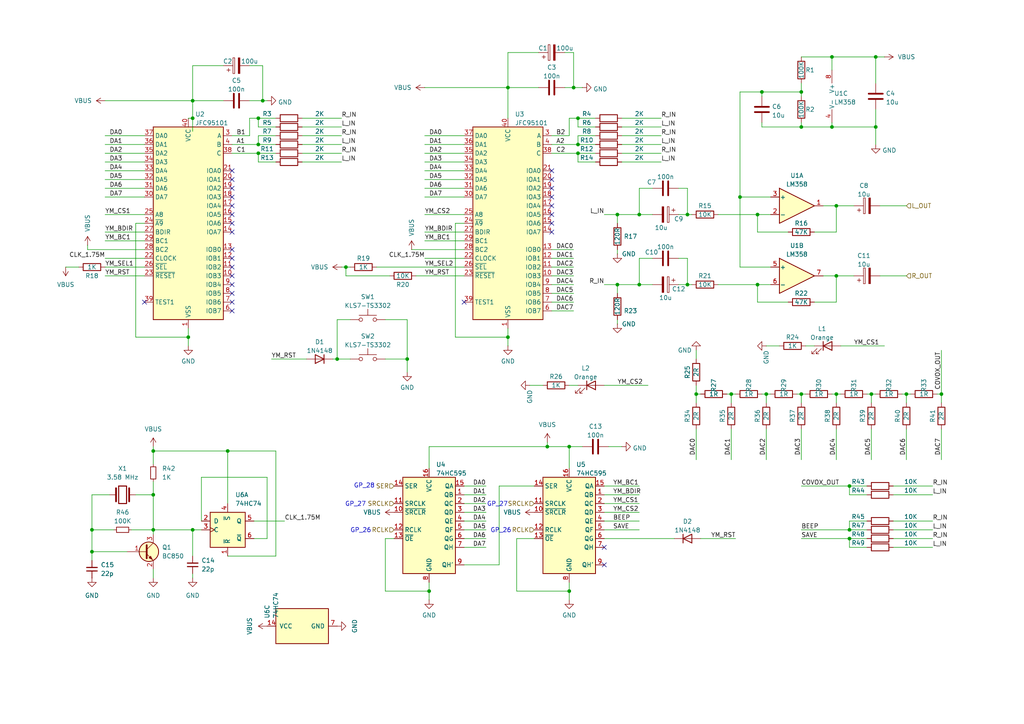
<source format=kicad_sch>
(kicad_sch (version 20231120) (generator "eeschema") (generator_version "8.0")
  (paper "A4")
  (title_block (title "TurboFRANK") (date "2025-01-29") (rev "1.0") (company "Mikhail Matveev") (comment 1 "https://github.com/xtremespb/frank"))
  (junction (at 242.57 114.3))
  (junction (at 167.64 44.45))
  (junction (at 74.93 41.91))
  (junction (at 179.07 82.55))
  (junction (at 74.93 44.45))
  (junction (at 55.88 29.21))
  (junction (at 220.98 26.67))
  (junction (at 273.05 114.3))
  (junction (at 26.67 153.67))
  (junction (at 55.88 153.67))
  (junction (at 55.88 34.29))
  (junction (at 199.39 82.55))
  (junction (at 100.33 77.47))
  (junction (at 222.25 114.3))
  (junction (at 219.71 62.23))
  (junction (at 254 16.51))
  (junction (at 147.32 97.79))
  (junction (at 201.93 114.3))
  (junction (at 246.38 156.21))
  (junction (at 147.32 25.4))
  (junction (at 167.64 34.29))
  (junction (at 166.37 25.4))
  (junction (at 254 36.83))
  (junction (at 26.67 160.02))
  (junction (at 74.93 34.29))
  (junction (at 44.45 153.67))
  (junction (at 44.45 130.81))
  (junction (at 246.38 140.97))
  (junction (at 158.75 129.54))
  (junction (at 232.41 114.3))
  (junction (at 179.07 62.23))
  (junction (at 167.64 41.91))
  (junction (at 242.57 80.01))
  (junction (at 262.89 114.3))
  (junction (at 124.46 171.45))
  (junction (at 241.3 16.51))
  (junction (at 242.57 59.69))
  (junction (at 232.41 26.67))
  (junction (at 97.79 104.14))
  (junction (at 118.11 104.14))
  (junction (at 44.45 143.51))
  (junction (at 214.63 57.15))
  (junction (at 241.3 36.83))
  (junction (at 185.42 62.23))
  (junction (at 66.04 130.81))
  (junction (at 76.2 29.21))
  (junction (at 212.09 114.3))
  (junction (at 199.39 62.23))
  (junction (at 232.41 36.83))
  (junction (at 252.73 114.3))
  (junction (at 219.71 82.55))
  (junction (at 185.42 82.55))
  (junction (at 246.38 153.67))
  (junction (at 54.61 97.79))
  (junction (at 165.1 129.54))
  (junction (at 165.1 171.45))
  (no_connect (at 67.31 85.09))
  (no_connect (at 67.31 77.47))
  (no_connect (at 175.26 163.83))
  (no_connect (at 67.31 67.31))
  (no_connect (at 67.31 64.77))
  (no_connect (at 67.31 90.17))
  (no_connect (at 160.02 57.15))
  (no_connect (at 67.31 80.01))
  (no_connect (at 67.31 62.23))
  (no_connect (at 67.31 87.63))
  (no_connect (at 41.91 87.63))
  (no_connect (at 67.31 82.55))
  (no_connect (at 134.62 87.63))
  (no_connect (at 160.02 67.31))
  (no_connect (at 67.31 74.93))
  (no_connect (at 67.31 72.39))
  (no_connect (at 67.31 54.61))
  (no_connect (at 160.02 59.69))
  (no_connect (at 175.26 158.75))
  (no_connect (at 160.02 64.77))
  (no_connect (at 160.02 49.53))
  (no_connect (at 67.31 49.53))
  (no_connect (at 67.31 52.07))
  (no_connect (at 67.31 57.15))
  (no_connect (at 160.02 52.07))
  (no_connect (at 67.31 59.69))
  (no_connect (at 160.02 62.23))
  (no_connect (at 160.02 54.61))
  (wire (pts (xy 232.41 140.97) (xy 246.38 140.97)))
  (wire (pts (xy 252.73 116.84) (xy 252.73 114.3)))
  (wire (pts (xy 175.26 143.51) (xy 185.42 143.51)))
  (wire (pts (xy 30.48 49.53) (xy 41.91 49.53)))
  (wire (pts (xy 163.83 25.4) (xy 166.37 25.4)))
  (wire (pts (xy 55.88 153.67) (xy 44.45 153.67)))
  (wire (pts (xy 120.65 80.01) (xy 134.62 80.01)))
  (wire (pts (xy 55.88 167.64) (xy 55.88 166.37)))
  (wire (pts (xy 232.41 36.83) (xy 241.3 36.83)))
  (wire (pts (xy 44.45 167.64) (xy 44.45 165.1)))
  (wire (pts (xy 241.3 114.3) (xy 242.57 114.3)))
  (wire (pts (xy 223.52 57.15) (xy 214.63 57.15)))
  (wire (pts (xy 111.76 156.21) (xy 111.76 171.45)))
  (wire (pts (xy 44.45 130.81) (xy 44.45 134.62)))
  (wire (pts (xy 254 36.83) (xy 254 41.91)))
  (wire (pts (xy 214.63 77.47) (xy 214.63 57.15)))
  (wire (pts (xy 208.28 62.23) (xy 219.71 62.23)))
  (wire (pts (xy 30.48 74.93) (xy 41.91 74.93)))
  (wire (pts (xy 232.41 26.67) (xy 232.41 27.94)))
  (wire (pts (xy 259.08 140.97) (xy 270.51 140.97)))
  (wire (pts (xy 55.88 38.1) (xy 55.88 34.29)))
  (wire (pts (xy 201.93 133.35) (xy 201.93 124.46)))
  (wire (pts (xy 87.63 44.45) (xy 99.06 44.45)))
  (wire (pts (xy 232.41 16.51) (xy 241.3 16.51)))
  (wire (pts (xy 160.02 74.93) (xy 166.37 74.93)))
  (wire (pts (xy 54.61 97.79) (xy 54.61 100.33)))
  (wire (pts (xy 220.98 36.83) (xy 232.41 36.83)))
  (wire (pts (xy 179.07 62.23) (xy 185.42 62.23)))
  (wire (pts (xy 242.57 133.35) (xy 242.57 124.46)))
  (wire (pts (xy 220.98 35.56) (xy 220.98 36.83)))
  (wire (pts (xy 242.57 116.84) (xy 242.57 114.3)))
  (wire (pts (xy 175.26 151.13) (xy 185.42 151.13)))
  (wire (pts (xy 252.73 133.35) (xy 252.73 124.46)))
  (wire (pts (xy 134.62 151.13) (xy 140.97 151.13)))
  (wire (pts (xy 175.26 111.76) (xy 187.96 111.76)))
  (wire (pts (xy 214.63 57.15) (xy 214.63 26.67)))
  (wire (pts (xy 273.05 114.3) (xy 271.78 114.3)))
  (wire (pts (xy 179.07 92.71) (xy 179.07 93.98)))
  (wire (pts (xy 74.93 44.45) (xy 74.93 46.99)))
  (wire (pts (xy 165.1 39.37) (xy 165.1 34.29)))
  (wire (pts (xy 242.57 67.31) (xy 242.57 59.69)))
  (wire (pts (xy 175.26 146.05) (xy 185.42 146.05)))
  (wire (pts (xy 167.64 41.91) (xy 172.72 41.91)))
  (wire (pts (xy 30.48 67.31) (xy 41.91 67.31)))
  (wire (pts (xy 30.48 52.07) (xy 41.91 52.07)))
  (wire (pts (xy 118.11 104.14) (xy 118.11 107.95)))
  (wire (pts (xy 80.01 39.37) (xy 74.93 39.37)))
  (wire (pts (xy 166.37 25.4) (xy 168.91 25.4)))
  (wire (pts (xy 251.46 151.13) (xy 246.38 151.13)))
  (wire (pts (xy 241.3 20.32) (xy 241.3 16.51)))
  (wire (pts (xy 160.02 44.45) (xy 167.64 44.45)))
  (wire (pts (xy 144.78 140.97) (xy 154.94 140.97)))
  (wire (pts (xy 212.09 114.3) (xy 213.36 114.3)))
  (wire (pts (xy 55.88 29.21) (xy 64.77 29.21)))
  (wire (pts (xy 172.72 39.37) (xy 167.64 39.37)))
  (wire (pts (xy 246.38 140.97) (xy 246.38 143.51)))
  (wire (pts (xy 113.03 80.01) (xy 100.33 80.01)))
  (wire (pts (xy 123.19 25.4) (xy 147.32 25.4)))
  (wire (pts (xy 44.45 153.67) (xy 38.1 153.67)))
  (wire (pts (xy 72.39 39.37) (xy 72.39 34.29)))
  (wire (pts (xy 199.39 54.61) (xy 199.39 62.23)))
  (wire (pts (xy 26.67 153.67) (xy 26.67 143.51)))
  (wire (pts (xy 251.46 114.3) (xy 252.73 114.3)))
  (wire (pts (xy 196.85 74.93) (xy 199.39 74.93)))
  (wire (pts (xy 80.01 161.29) (xy 80.01 130.81)))
  (wire (pts (xy 214.63 26.67) (xy 220.98 26.67)))
  (wire (pts (xy 74.93 34.29) (xy 74.93 36.83)))
  (wire (pts (xy 67.31 44.45) (xy 74.93 44.45)))
  (wire (pts (xy 55.88 34.29) (xy 54.61 34.29)))
  (wire (pts (xy 242.57 114.3) (xy 243.84 114.3)))
  (wire (pts (xy 242.57 80.01) (xy 238.76 80.01)))
  (wire (pts (xy 185.42 62.23) (xy 189.23 62.23)))
  (wire (pts (xy 201.93 116.84) (xy 201.93 114.3)))
  (wire (pts (xy 73.66 151.13) (xy 82.55 151.13)))
  (wire (pts (xy 149.86 156.21) (xy 149.86 171.45)))
  (wire (pts (xy 212.09 133.35) (xy 212.09 124.46)))
  (wire (pts (xy 246.38 143.51) (xy 251.46 143.51)))
  (wire (pts (xy 232.41 114.3) (xy 233.68 114.3)))
  (wire (pts (xy 132.08 97.79) (xy 147.32 97.79)))
  (wire (pts (xy 26.67 153.67) (xy 26.67 160.02)))
  (wire (pts (xy 246.38 156.21) (xy 251.46 156.21)))
  (wire (pts (xy 72.39 29.21) (xy 76.2 29.21)))
  (wire (pts (xy 26.67 160.02) (xy 36.83 160.02)))
  (wire (pts (xy 163.83 15.24) (xy 166.37 15.24)))
  (wire (pts (xy 158.75 128.27) (xy 158.75 129.54)))
  (wire (pts (xy 80.01 44.45) (xy 74.93 44.45)))
  (wire (pts (xy 219.71 67.31) (xy 219.71 62.23)))
  (wire (pts (xy 246.38 158.75) (xy 251.46 158.75)))
  (wire (pts (xy 123.19 74.93) (xy 134.62 74.93)))
  (wire (pts (xy 180.34 36.83) (xy 191.77 36.83)))
  (wire (pts (xy 210.82 114.3) (xy 212.09 114.3)))
  (wire (pts (xy 134.62 156.21) (xy 140.97 156.21)))
  (wire (pts (xy 119.38 72.39) (xy 134.62 72.39)))
  (wire (pts (xy 160.02 82.55) (xy 166.37 82.55)))
  (wire (pts (xy 77.47 156.21) (xy 73.66 156.21)))
  (wire (pts (xy 241.3 35.56) (xy 241.3 36.83)))
  (wire (pts (xy 33.02 153.67) (xy 26.67 153.67)))
  (wire (pts (xy 208.28 82.55) (xy 219.71 82.55)))
  (wire (pts (xy 255.27 80.01) (xy 262.89 80.01)))
  (wire (pts (xy 201.93 114.3) (xy 201.93 111.76)))
  (wire (pts (xy 213.36 156.21) (xy 203.2 156.21)))
  (wire (pts (xy 134.62 64.77) (xy 132.08 64.77)))
  (wire (pts (xy 179.07 82.55) (xy 185.42 82.55)))
  (wire (pts (xy 254 16.51) (xy 256.54 16.51)))
  (wire (pts (xy 64.77 19.05) (xy 55.88 19.05)))
  (wire (pts (xy 160.02 90.17) (xy 166.37 90.17)))
  (wire (pts (xy 111.76 171.45) (xy 124.46 171.45)))
  (wire (pts (xy 66.04 130.81) (xy 80.01 130.81)))
  (wire (pts (xy 262.89 133.35) (xy 262.89 124.46)))
  (wire (pts (xy 222.25 133.35) (xy 222.25 124.46)))
  (wire (pts (xy 160.02 72.39) (xy 166.37 72.39)))
  (wire (pts (xy 30.48 80.01) (xy 41.91 80.01)))
  (wire (pts (xy 189.23 54.61) (xy 185.42 54.61)))
  (wire (pts (xy 58.42 153.67) (xy 55.88 153.67)))
  (wire (pts (xy 160.02 41.91) (xy 167.64 41.91)))
  (wire (pts (xy 201.93 114.3) (xy 203.2 114.3)))
  (wire (pts (xy 154.94 156.21) (xy 149.86 156.21)))
  (wire (pts (xy 80.01 34.29) (xy 74.93 34.29)))
  (wire (pts (xy 179.07 72.39) (xy 179.07 73.66)))
  (wire (pts (xy 180.34 41.91) (xy 191.77 41.91)))
  (wire (pts (xy 232.41 116.84) (xy 232.41 114.3)))
  (wire (pts (xy 74.93 36.83) (xy 80.01 36.83)))
  (wire (pts (xy 123.19 39.37) (xy 134.62 39.37)))
  (wire (pts (xy 72.39 19.05) (xy 76.2 19.05)))
  (wire (pts (xy 124.46 135.89) (xy 124.46 129.54)))
  (wire (pts (xy 123.19 49.53) (xy 134.62 49.53)))
  (wire (pts (xy 41.91 64.77) (xy 39.37 64.77)))
  (wire (pts (xy 232.41 35.56) (xy 232.41 36.83)))
  (wire (pts (xy 223.52 77.47) (xy 214.63 77.47)))
  (wire (pts (xy 160.02 39.37) (xy 165.1 39.37)))
  (wire (pts (xy 196.85 62.23) (xy 199.39 62.23)))
  (wire (pts (xy 124.46 171.45) (xy 124.46 173.99)))
  (wire (pts (xy 26.67 162.56) (xy 26.67 160.02)))
  (wire (pts (xy 175.26 153.67) (xy 185.42 153.67)))
  (wire (pts (xy 123.19 44.45) (xy 134.62 44.45)))
  (wire (pts (xy 30.48 57.15) (xy 41.91 57.15)))
  (wire (pts (xy 97.79 104.14) (xy 101.6 104.14)))
  (wire (pts (xy 147.32 34.29) (xy 147.32 25.4)))
  (wire (pts (xy 87.63 39.37) (xy 99.06 39.37)))
  (wire (pts (xy 232.41 133.35) (xy 232.41 124.46)))
  (wire (pts (xy 180.34 34.29) (xy 191.77 34.29)))
  (wire (pts (xy 118.11 92.71) (xy 118.11 104.14)))
  (wire (pts (xy 132.08 64.77) (xy 132.08 97.79)))
  (wire (pts (xy 44.45 139.7) (xy 44.45 143.51)))
  (wire (pts (xy 179.07 82.55) (xy 179.07 85.09)))
  (wire (pts (xy 44.45 129.54) (xy 44.45 130.81)))
  (wire (pts (xy 196.85 82.55) (xy 199.39 82.55)))
  (wire (pts (xy 111.76 92.71) (xy 118.11 92.71)))
  (wire (pts (xy 167.64 46.99) (xy 172.72 46.99)))
  (wire (pts (xy 58.42 151.13) (xy 58.42 138.43)))
  (wire (pts (xy 273.05 133.35) (xy 273.05 124.46)))
  (wire (pts (xy 134.62 148.59) (xy 140.97 148.59)))
  (wire (pts (xy 67.31 39.37) (xy 72.39 39.37)))
  (wire (pts (xy 147.32 95.25) (xy 147.32 97.79)))
  (wire (pts (xy 242.57 59.69) (xy 238.76 59.69)))
  (wire (pts (xy 185.42 54.61) (xy 185.42 62.23)))
  (wire (pts (xy 199.39 82.55) (xy 200.66 82.55)))
  (wire (pts (xy 123.19 54.61) (xy 134.62 54.61)))
  (wire (pts (xy 123.19 41.91) (xy 134.62 41.91)))
  (wire (pts (xy 74.93 39.37) (xy 74.93 41.91)))
  (wire (pts (xy 259.08 143.51) (xy 270.51 143.51)))
  (wire (pts (xy 30.48 44.45) (xy 41.91 44.45)))
  (wire (pts (xy 220.98 114.3) (xy 222.25 114.3)))
  (wire (pts (xy 100.33 80.01) (xy 100.33 77.47)))
  (wire (pts (xy 165.1 171.45) (xy 165.1 173.99)))
  (wire (pts (xy 273.05 116.84) (xy 273.05 114.3)))
  (wire (pts (xy 241.3 36.83) (xy 254 36.83)))
  (wire (pts (xy 180.34 46.99) (xy 191.77 46.99)))
  (wire (pts (xy 111.76 104.14) (xy 118.11 104.14)))
  (wire (pts (xy 232.41 24.13) (xy 232.41 26.67)))
  (wire (pts (xy 220.98 26.67) (xy 232.41 26.67)))
  (wire (pts (xy 165.1 168.91) (xy 165.1 171.45)))
  (wire (pts (xy 219.71 62.23) (xy 223.52 62.23)))
  (wire (pts (xy 175.26 148.59) (xy 185.42 148.59)))
  (wire (pts (xy 167.64 34.29) (xy 167.64 36.83)))
  (wire (pts (xy 255.27 59.69) (xy 262.89 59.69)))
  (wire (pts (xy 97.79 92.71) (xy 97.79 104.14)))
  (wire (pts (xy 261.62 114.3) (xy 262.89 114.3)))
  (wire (pts (xy 175.26 140.97) (xy 185.42 140.97)))
  (wire (pts (xy 189.23 74.93) (xy 185.42 74.93)))
  (wire (pts (xy 96.52 104.14) (xy 97.79 104.14)))
  (wire (pts (xy 212.09 116.84) (xy 212.09 114.3)))
  (wire (pts (xy 87.63 34.29) (xy 99.06 34.29)))
  (wire (pts (xy 123.19 67.31) (xy 134.62 67.31)))
  (wire (pts (xy 66.04 161.29) (xy 80.01 161.29)))
  (wire (pts (xy 172.72 34.29) (xy 167.64 34.29)))
  (wire (pts (xy 30.48 41.91) (xy 41.91 41.91)))
  (wire (pts (xy 144.78 163.83) (xy 144.78 140.97)))
  (wire (pts (xy 165.1 129.54) (xy 165.1 135.89)))
  (wire (pts (xy 179.07 62.23) (xy 179.07 64.77)))
  (wire (pts (xy 99.06 77.47) (xy 100.33 77.47)))
  (wire (pts (xy 259.08 156.21) (xy 270.51 156.21)))
  (wire (pts (xy 39.37 97.79) (xy 54.61 97.79)))
  (wire (pts (xy 160.02 80.01) (xy 166.37 80.01)))
  (wire (pts (xy 87.63 36.83) (xy 99.06 36.83)))
  (wire (pts (xy 30.48 54.61) (xy 41.91 54.61)))
  (wire (pts (xy 259.08 151.13) (xy 270.51 151.13)))
  (wire (pts (xy 160.02 85.09) (xy 166.37 85.09)))
  (wire (pts (xy 134.62 163.83) (xy 144.78 163.83)))
  (wire (pts (xy 180.34 39.37) (xy 191.77 39.37)))
  (wire (pts (xy 222.25 100.33) (xy 226.06 100.33)))
  (wire (pts (xy 30.48 77.47) (xy 41.91 77.47)))
  (wire (pts (xy 123.19 46.99) (xy 134.62 46.99)))
  (wire (pts (xy 25.4 72.39) (xy 41.91 72.39)))
  (wire (pts (xy 124.46 168.91) (xy 124.46 171.45)))
  (wire (pts (xy 134.62 146.05) (xy 140.97 146.05)))
  (wire (pts (xy 123.19 62.23) (xy 134.62 62.23)))
  (wire (pts (xy 233.68 100.33) (xy 236.22 100.33)))
  (wire (pts (xy 242.57 87.63) (xy 242.57 80.01)))
  (wire (pts (xy 149.86 171.45) (xy 165.1 171.45)))
  (wire (pts (xy 76.2 29.21) (xy 77.47 29.21)))
  (wire (pts (xy 231.14 114.3) (xy 232.41 114.3)))
  (wire (pts (xy 109.22 77.47) (xy 134.62 77.47)))
  (wire (pts (xy 72.39 34.29) (xy 74.93 34.29)))
  (wire (pts (xy 167.64 44.45) (xy 167.64 46.99)))
  (wire (pts (xy 77.47 138.43) (xy 77.47 156.21)))
  (wire (pts (xy 87.63 46.99) (xy 99.06 46.99)))
  (wire (pts (xy 175.26 62.23) (xy 179.07 62.23)))
  (wire (pts (xy 165.1 111.76) (xy 167.64 111.76)))
  (wire (pts (xy 199.39 62.23) (xy 200.66 62.23)))
  (wire (pts (xy 185.42 74.93) (xy 185.42 82.55)))
  (wire (pts (xy 262.89 114.3) (xy 264.16 114.3)))
  (wire (pts (xy 147.32 25.4) (xy 156.21 25.4)))
  (wire (pts (xy 44.45 130.81) (xy 66.04 130.81)))
  (wire (pts (xy 30.48 62.23) (xy 41.91 62.23)))
  (wire (pts (xy 134.62 143.51) (xy 140.97 143.51)))
  (wire (pts (xy 67.31 41.91) (xy 74.93 41.91)))
  (wire (pts (xy 30.48 46.99) (xy 41.91 46.99)))
  (wire (pts (xy 176.53 129.54) (xy 180.34 129.54)))
  (wire (pts (xy 165.1 34.29) (xy 167.64 34.29)))
  (wire (pts (xy 87.63 41.91) (xy 99.06 41.91)))
  (wire (pts (xy 180.34 44.45) (xy 191.77 44.45)))
  (wire (pts (xy 55.88 153.67) (xy 55.88 161.29)))
  (wire (pts (xy 134.62 140.97) (xy 140.97 140.97)))
  (wire (pts (xy 123.19 69.85) (xy 134.62 69.85)))
  (wire (pts (xy 158.75 129.54) (xy 165.1 129.54)))
  (wire (pts (xy 97.79 92.71) (xy 101.6 92.71)))
  (wire (pts (xy 160.02 77.47) (xy 166.37 77.47)))
  (wire (pts (xy 252.73 114.3) (xy 254 114.3)))
  (wire (pts (xy 30.48 29.21) (xy 55.88 29.21)))
  (wire (pts (xy 167.64 36.83) (xy 172.72 36.83)))
  (wire (pts (xy 236.22 87.63) (xy 242.57 87.63)))
  (wire (pts (xy 134.62 158.75) (xy 140.97 158.75)))
  (wire (pts (xy 228.6 87.63) (xy 219.71 87.63)))
  (wire (pts (xy 242.57 80.01) (xy 247.65 80.01)))
  (wire (pts (xy 175.26 82.55) (xy 179.07 82.55)))
  (wire (pts (xy 167.64 39.37) (xy 167.64 41.91)))
  (wire (pts (xy 219.71 87.63) (xy 219.71 82.55)))
  (wire (pts (xy 242.57 59.69) (xy 247.65 59.69)))
  (wire (pts (xy 44.45 153.67) (xy 44.45 154.94)))
  (wire (pts (xy 262.89 116.84) (xy 262.89 114.3)))
  (wire (pts (xy 153.67 111.76) (xy 157.48 111.76)))
  (wire (pts (xy 134.62 153.67) (xy 140.97 153.67)))
  (wire (pts (xy 74.93 41.91) (xy 80.01 41.91)))
  (wire (pts (xy 259.08 153.67) (xy 270.51 153.67)))
  (wire (pts (xy 55.88 19.05) (xy 55.88 29.21)))
  (wire (pts (xy 26.67 143.51) (xy 31.75 143.51)))
  (wire (pts (xy 201.93 104.14) (xy 201.93 101.6)))
  (wire (pts (xy 78.74 104.14) (xy 88.9 104.14)))
  (wire (pts (xy 147.32 15.24) (xy 147.32 25.4)))
  (wire (pts (xy 246.38 153.67) (xy 251.46 153.67)))
  (wire (pts (xy 58.42 138.43) (xy 77.47 138.43)))
  (wire (pts (xy 114.3 156.21) (xy 111.76 156.21)))
  (wire (pts (xy 254 36.83) (xy 254 31.75)))
  (wire (pts (xy 160.02 87.63) (xy 166.37 87.63)))
  (wire (pts (xy 55.88 34.29) (xy 55.88 29.21)))
  (wire (pts (xy 219.71 82.55) (xy 223.52 82.55)))
  (wire (pts (xy 172.72 44.45) (xy 167.64 44.45)))
  (wire (pts (xy 246.38 151.13) (xy 246.38 153.67)))
  (wire (pts (xy 76.2 19.05) (xy 76.2 29.21)))
  (wire (pts (xy 124.46 129.54) (xy 158.75 129.54)))
  (wire (pts (xy 30.48 69.85) (xy 41.91 69.85)))
  (wire (pts (xy 220.98 27.94) (xy 220.98 26.67)))
  (wire (pts (xy 74.93 46.99) (xy 80.01 46.99)))
  (wire (pts (xy 123.19 57.15) (xy 134.62 57.15)))
  (wire (pts (xy 39.37 64.77) (xy 39.37 97.79)))
  (wire (pts (xy 156.21 15.24) (xy 147.32 15.24)))
  (wire (pts (xy 185.42 82.55) (xy 189.23 82.55)))
  (wire (pts (xy 19.05 77.47) (xy 22.86 77.47)))
  (wire (pts (xy 25.4 72.39) (xy 25.4 71.12)))
  (wire (pts (xy 259.08 158.75) (xy 270.51 158.75)))
  (wire (pts (xy 273.05 114.3) (xy 273.05 101.6)))
  (wire (pts (xy 54.61 95.25) (xy 54.61 97.79)))
  (wire (pts (xy 166.37 15.24) (xy 166.37 25.4)))
  (wire (pts (xy 228.6 67.31) (xy 219.71 67.31)))
  (wire (pts (xy 199.39 74.93) (xy 199.39 82.55)))
  (wire (pts (xy 246.38 140.97) (xy 251.46 140.97)))
  (wire (pts (xy 246.38 156.21) (xy 246.38 158.75)))
  (wire (pts (xy 30.48 39.37) (xy 41.91 39.37)))
  (wire (pts (xy 222.25 116.84) (xy 222.25 114.3)))
  (wire (pts (xy 222.25 114.3) (xy 223.52 114.3)))
  (wire (pts (xy 175.26 156.21) (xy 195.58 156.21)))
  (wire (pts (xy 236.22 67.31) (xy 242.57 67.31)))
  (wire (pts (xy 241.3 16.51) (xy 254 16.51)))
  (wire (pts (xy 100.33 77.47) (xy 101.6 77.47)))
  (wire (pts (xy 147.32 97.79) (xy 147.32 100.33)))
  (wire (pts (xy 232.41 153.67) (xy 246.38 153.67)))
  (wire (pts (xy 232.41 156.21) (xy 246.38 156.21)))
  (wire (pts (xy 243.84 100.33) (xy 256.54 100.33)))
  (wire (pts (xy 196.85 54.61) (xy 199.39 54.61)))
  (wire (pts (xy 39.37 143.51) (xy 44.45 143.51)))
  (wire (pts (xy 44.45 143.51) (xy 44.45 153.67)))
  (wire (pts (xy 66.04 130.81) (xy 66.04 146.05)))
  (wire (pts (xy 123.19 52.07) (xy 134.62 52.07)))
  (wire (pts (xy 165.1 129.54) (xy 168.91 129.54)))
  (wire (pts (xy 254 16.51) (xy 254 24.13)))
  (text "GP_26" (at 145.288 153.924 0) (effects (font (size 1.27 1.27))))
  (text "GP_27" (at 144.272 146.304 0) (effects (font (size 1.27 1.27))))
  (text "GP_27" (at 103.124 146.304 0) (effects (font (size 1.27 1.27))))
  (text "GP_28" (at 105.664 140.97 0) (effects (font (size 1.27 1.27))))
  (text "GP_26" (at 104.648 153.924 0) (effects (font (size 1.27 1.27))))
  (label "DA0" (at 124.46 39.37 0))
  (label "DA4" (at 31.75 49.53 0))
  (label "DA5" (at 124.46 52.07 0))
  (label "DA6" (at 137.16 156.21 0))
  (label "DAC2" (at 161.29 77.47 0))
  (label "DA7" (at 124.46 57.15 0))
  (label "L_IN" (at 99.06 36.83 0))
  (label "YM_RST" (at 123.19 80.01 0))
  (label "COVOX_OUT" (at 232.41 140.97 0))
  (label "R_IN" (at 99.06 44.45 0))
  (label "DAC7" (at 161.29 90.17 0))
  (label "L_IN" (at 270.51 143.51 0))
  (label "R_IN" (at 270.51 156.21 0))
  (label "DA7" (at 137.16 158.75 0))
  (label "DA1" (at 137.16 143.51 0))
  (label "YM_SEL2" (at 123.19 77.47 0))
  (label "R_IN" (at 191.77 44.45 0))
  (label "DAC1" (at 161.29 74.93 0))
  (label "YM_CS2" (at 179.07 111.76 0))
  (label "B1" (at 68.58 39.37 0))
  (label "DA5" (at 31.75 52.07 0))
  (label "DA7" (at 31.75 57.15 0))
  (label "L_IN" (at 270.51 158.75 0))
  (label "DAC0" (at 201.93 132.08 90))
  (label "COVOX_OUT" (at 273.05 113.03 90))
  (label "SAVE" (at 177.8 153.67 0))
  (label "L_IN" (at 191.77 46.99 0))
  (label "YM_CS2" (at 177.8 148.59 0))
  (label "L_IN" (at 175.26 62.23 180))
  (label "L_IN" (at 99.06 41.91 0))
  (label "DA4" (at 137.16 151.13 0))
  (label "R_IN" (at 99.06 34.29 0))
  (label "DA0" (at 31.75 39.37 0))
  (label "YM_CS1" (at 177.8 146.05 0))
  (label "CLK_1.75M" (at 123.19 74.93 180))
  (label "YM_RST" (at 78.74 104.14 0))
  (label "A2" (at 161.29 41.91 0))
  (label "YM_BC1" (at 177.8 140.97 0))
  (label "L_IN" (at 191.77 36.83 0))
  (label "L_IN" (at 99.06 46.99 0))
  (label "DAC7" (at 273.05 132.08 90))
  (label "YM_BC1" (at 30.48 69.85 0))
  (label "YM_BDIR" (at 123.19 67.31 0))
  (label "DAC1" (at 212.09 132.08 90))
  (label "DAC6" (at 161.29 87.63 0))
  (label "DAC5" (at 252.73 132.08 90))
  (label "DA2" (at 31.75 44.45 0))
  (label "YM_BC1" (at 123.19 69.85 0))
  (label "DAC2" (at 222.25 132.08 90))
  (label "A1" (at 68.58 41.91 0))
  (label "C2" (at 161.29 44.45 0))
  (label "SAVE" (at 232.41 156.21 0))
  (label "BEEP" (at 232.41 153.67 0))
  (label "DA5" (at 137.16 153.67 0))
  (label "DAC4" (at 242.57 132.08 90))
  (label "DAC5" (at 161.29 85.09 0))
  (label "DAC3" (at 161.29 80.01 0))
  (label "BEEP" (at 177.8 151.13 0))
  (label "DA2" (at 137.16 146.05 0))
  (label "YM_CS2" (at 123.19 62.23 0))
  (label "DAC4" (at 161.29 82.55 0))
  (label "R_IN" (at 191.77 39.37 0))
  (label "DA0" (at 137.16 140.97 0))
  (label "C1" (at 68.58 44.45 0))
  (label "DAC6" (at 262.89 132.08 90))
  (label "YM_BDIR" (at 30.48 67.31 0))
  (label "YM_BDIR" (at 177.8 143.51 0))
  (label "CLK_1.75M" (at 82.55 151.13 0))
  (label "DA2" (at 124.46 44.45 0))
  (label "DA4" (at 124.46 49.53 0))
  (label "DAC3" (at 232.41 132.08 90))
  (label "DA3" (at 31.75 46.99 0))
  (label "DA3" (at 137.16 148.59 0))
  (label "DAC0" (at 161.29 72.39 0))
  (label "DA6" (at 124.46 54.61 0))
  (label "CLK_1.75M" (at 30.48 74.93 180))
  (label "YM_CS1" (at 247.65 100.33 0))
  (label "DA6" (at 31.75 54.61 0))
  (label "DA1" (at 124.46 41.91 0))
  (label "YM_RST" (at 30.48 80.01 0))
  (label "YM_SEL1" (at 30.48 77.47 0))
  (label "R_IN" (at 270.51 140.97 0))
  (label "R_IN" (at 99.06 39.37 0))
  (label "R_IN" (at 191.77 34.29 0))
  (label "L_IN" (at 191.77 41.91 0))
  (label "YM_RST" (at 213.36 156.21 180))
  (label "R_IN" (at 270.51 151.13 0))
  (label "R_IN" (at 175.26 82.55 180))
  (label "DA1" (at 31.75 41.91 0))
  (label "DA3" (at 124.46 46.99 0))
  (label "L_IN" (at 270.51 153.67 0))
  (label "YM_CS1" (at 30.48 62.23 0))
  (label "B2" (at 161.29 39.37 0))
  (hierarchical_label "SRCLK" (shape input) (at 154.94 146.05 180))
  (hierarchical_label "RCLK" (shape input) (at 114.3 153.67 180))
  (hierarchical_label "RCLK" (shape input) (at 154.94 153.67 180))
  (hierarchical_label "L_OUT" (shape input) (at 262.89 59.69 0))
  (hierarchical_label "SRCLK" (shape input) (at 114.3 146.05 180))
  (hierarchical_label "SER" (shape input) (at 114.3 140.97 180))
  (hierarchical_label "R_OUT" (shape input) (at 262.89 80.01 0))
  (symbol (lib_id "power:GND") (at 26.67 167.64 0) (unit 1)
    (property "Reference" "#PWR029" (effects (hide yes)))
    (property "Value" "GND" (at 26.67 172.72 0))
    (property "Description" "Power symbol creates a global label with name \"GND\" , ground" (effects (hide yes)))
  )
  (symbol (lib_id "Device:R") (at 179.07 68.58 0) (unit 1)
    (property "Reference" "R17" (at 182.88 68.58 0))
    (property "Value" "120R" (at 179.07 68.58 90))
    (property "Footprint" "FRANK:Resistor (0805)" (effects (hide yes)))
    (property "Datasheet" "https://www.vishay.com/docs/28952/mcs0402at-mct0603at-mcu0805at-mca1206at.pdf" (effects (hide yes)))
    (property "AliExpress" "https://www.aliexpress.com/item/1005005945735199.html" (effects (hide yes)))
  )
  (symbol (lib_id "Device:R") (at 204.47 62.23 270) (unit 1)
    (property "Reference" "R15" (at 204.47 59.69 90))
    (property "Value" "10K" (at 204.47 62.23 90))
    (property "Footprint" "FRANK:Resistor (0805)" (effects (hide yes)))
    (property "Datasheet" "https://www.vishay.com/docs/28952/mcs0402at-mct0603at-mcu0805at-mca1206at.pdf" (effects (hide yes)))
    (property "AliExpress" "https://www.aliexpress.com/item/1005005945735199.html" (effects (hide yes)))
  )
  (symbol (lib_id "Device:LED") (at 240.03 100.33 0) (unit 1)
    (property "Reference" "L1" (at 238.4425 95.3602 0))
    (property "Value" "Orange" (at 238.4425 97.8971 0))
    (property "Footprint" "FRANK:LED (0805)" (effects (hide yes)))
    (property "Datasheet" "https://www.farnell.com/datasheets/1760130.pdf" (effects (hide yes)))
    (property "AliExpress" "https://www.aliexpress.com/item/1005005975741298.html" (effects (hide yes)))
  )
  (symbol (lib_name "GND_12") (lib_id "power:GND") (at 54.61 100.33 0) (unit 1)
    (property "Reference" "#PWR018" (effects (hide yes)))
    (property "Value" "GND" (at 54.61 104.7734 0))
    (property "Description" "Power symbol creates a global label with name \"GND\" , ground" (effects (hide yes)))
  )
  (symbol (lib_id "74xx:74HC595") (at 124.46 151.13 0) (unit 1)
    (property "Reference" "U4" (at 126.4794 134.7302 0) (effects (justify left)))
    (property "Value" "74HC595" (at 126.4794 137.2671 0) (effects (justify left)))
    (property "Footprint" "FRANK:SOP-16" (effects (hide yes)))
    (property "Datasheet" "http://www.ti.com/lit/ds/symlink/sn74hc595.pdf" (effects (hide yes)))
    (property "AliExpress" "https://www.aliexpress.com/item/1005005723889972.html" (effects (hide yes)))
  )
  (symbol (lib_id "Device:R") (at 222.25 120.65 0) (unit 1)
    (property "Reference" "R36" (at 219.71 120.65 90))
    (property "Value" "2R" (at 222.25 120.65 90))
    (property "Footprint" "FRANK:Resistor (0805)" (effects (hide yes)))
    (property "Datasheet" "https://www.vishay.com/docs/28952/mcs0402at-mct0603at-mcu0805at-mca1206at.pdf" (effects (hide yes)))
    (property "AliExpress" "https://www.aliexpress.com/item/1005005945735199.html" (effects (hide yes)))
  )
  (symbol (lib_id "power:VBUS") (at 77.47 181.61 90) (unit 1)
    (property "Reference" "#PWR034" (effects (hide yes)))
    (property "Value" "VBUS" (at 72.39 181.61 0))
    (property "Description" "Power symbol creates a global label with name \"VBUS\"" (effects (hide yes)))
  )
  (symbol (lib_id "74xx:74HC74") (at 87.63 181.61 90) (unit 3)
    (property "Reference" "U6" (at 77.47 179.4159 0) (effects (justify left)))
    (property "Value" "74HC74" (at 80.01 179.4159 0) (effects (justify left)))
    (property "Footprint" "FRANK:74HCT74D" (effects (hide yes)))
    (property "Datasheet" "74xx/74hc_hct74.pdf" (effects (hide yes)))
    (property "Description" "Dual D Flip-flop, Set & Reset" (effects (hide yes)))
    (property "AliExpress" "https://www.aliexpress.com/item/1005006778848967.html" (effects (hide yes)))
  )
  (symbol (lib_id "Device:R") (at 204.47 82.55 270) (unit 1)
    (property "Reference" "R21" (at 204.47 80.01 90))
    (property "Value" "10K" (at 204.47 82.55 90))
    (property "Footprint" "FRANK:Resistor (0805)" (effects (hide yes)))
    (property "Datasheet" "https://www.vishay.com/docs/28952/mcs0402at-mct0603at-mcu0805at-mca1206at.pdf" (effects (hide yes)))
    (property "AliExpress" "https://www.aliexpress.com/item/1005005945735199.html" (effects (hide yes)))
  )
  (symbol (lib_id "74xx:74HC595") (at 165.1 151.13 0) (unit 1)
    (property "Reference" "U5" (at 167.1194 134.7302 0) (effects (justify left)))
    (property "Value" "74HC595" (at 167.1194 137.2671 0) (effects (justify left)))
    (property "Footprint" "FRANK:SOP-16" (effects (hide yes)))
    (property "Datasheet" "http://www.ti.com/lit/ds/symlink/sn74hc595.pdf" (effects (hide yes)))
    (property "AliExpress" "https://www.aliexpress.com/item/1005005723889972.html" (effects (hide yes)))
  )
  (symbol (lib_id "Device:R") (at 83.82 41.91 270) (unit 1)
    (property "Reference" "R9" (at 77.47 40.64 90))
    (property "Value" "2K" (at 92.71 40.64 90))
    (property "Footprint" "FRANK:Resistor (0805)" (effects (hide yes)))
    (property "Datasheet" "https://www.vishay.com/docs/28952/mcs0402at-mct0603at-mcu0805at-mca1206at.pdf" (effects (hide yes)))
    (property "Description" "1-2K" (effects (hide yes)))
    (property "AliExpress" "https://www.aliexpress.com/item/1005005945735199.html" (effects (hide yes)))
  )
  (symbol (lib_id "Device:R") (at 83.82 39.37 270) (unit 1)
    (property "Reference" "R7" (at 77.47 38.1 90))
    (property "Value" "2K" (at 92.71 38.1 90))
    (property "Footprint" "FRANK:Resistor (0805)" (effects (hide yes)))
    (property "Datasheet" "https://www.vishay.com/docs/28952/mcs0402at-mct0603at-mcu0805at-mca1206at.pdf" (effects (hide yes)))
    (property "Description" "1-2K" (effects (hide yes)))
    (property "AliExpress" "https://www.aliexpress.com/item/1005005945735199.html" (effects (hide yes)))
  )
  (symbol (lib_name "GND_13") (lib_id "power:GND") (at 165.1 173.99 0) (unit 1)
    (property "Reference" "#PWR033" (effects (hide yes)))
    (property "Value" "GND" (at 165.1 178.4334 0))
    (property "Description" "Power symbol creates a global label with name \"GND\" , ground" (effects (hide yes)))
  )
  (symbol (lib_name "GND_7") (lib_id "power:GND") (at 179.07 73.66 0) (unit 1)
    (property "Reference" "#PWR014" (effects (hide yes)))
    (property "Value" "GND" (at 180.34 73.66 0) (effects (justify left)))
    (property "Description" "Power symbol creates a global label with name \"GND\" , ground" (effects (hide yes)))
  )
  (symbol (lib_name "GND_3") (lib_id "power:GND") (at 201.93 101.6 180) (unit 1)
    (property "Reference" "#PWR021" (effects (hide yes)))
    (property "Value" "GND" (at 200.66 101.6 0) (effects (justify left)))
    (property "Description" "Power symbol creates a global label with name \"GND\" , ground" (effects (hide yes)))
  )
  (symbol (lib_id "Device:R") (at 83.82 46.99 270) (unit 1)
    (property "Reference" "R13" (at 77.47 45.72 90))
    (property "Value" "2K" (at 92.71 45.72 90))
    (property "Footprint" "FRANK:Resistor (0805)" (effects (hide yes)))
    (property "Datasheet" "https://www.vishay.com/docs/28952/mcs0402at-mct0603at-mcu0805at-mca1206at.pdf" (effects (hide yes)))
    (property "Description" "1-2K" (effects (hide yes)))
    (property "AliExpress" "https://www.aliexpress.com/item/1005005945735199.html" (effects (hide yes)))
  )
  (symbol (lib_id "Amplifier_Operational:LM358") (at 243.84 27.94 0) (unit 3)
    (property "Reference" "U1" (at 241.935 27.1053 0) (effects (justify left)))
    (property "Value" "LM358" (at 241.935 29.6422 0) (effects (justify left)))
    (property "Footprint" "FRANK:SO-8" (effects (hide yes)))
    (property "Datasheet" "http://www.ti.com/lit/ds/symlink/lm2904-n.pdf" (effects (hide yes)))
    (property "AliExpress" "https://www.aliexpress.com/item/32533323519.html" (effects (hide yes)))
  )
  (symbol (lib_id "Device:R") (at 176.53 41.91 270) (unit 1)
    (property "Reference" "R10" (at 170.18 40.64 90))
    (property "Value" "2K" (at 185.42 40.64 90))
    (property "Footprint" "FRANK:Resistor (0805)" (effects (hide yes)))
    (property "Datasheet" "https://www.vishay.com/docs/28952/mcs0402at-mct0603at-mcu0805at-mca1206at.pdf" (effects (hide yes)))
    (property "Description" "1-2K" (effects (hide yes)))
    (property "AliExpress" "https://www.aliexpress.com/item/1005005945735199.html" (effects (hide yes)))
  )
  (symbol (lib_id "Device:C_Small") (at 55.88 163.83 180) (unit 1)
    (property "Reference" "C14" (at 58.42 162.5535 0) (effects (justify right)))
    (property "Value" "22p" (at 58.42 165.0935 0) (effects (justify right)))
    (property "Footprint" "FRANK:Capacitor (0805)" (effects (hide yes)))
    (property "Datasheet" "https://eu.mouser.com/datasheet/2/40/KGM_X7R-3223212.pdf" (effects (hide yes)))
    (property "Description" "Unpolarized capacitor, small symbol" (effects (hide yes)))
    (property "AliExpress" "https://www.aliexpress.com/item/33008008276.html" (effects (hide yes)))
  )
  (symbol (lib_id "Device:R") (at 212.09 120.65 0) (unit 1)
    (property "Reference" "R35" (at 209.55 120.65 90))
    (property "Value" "2R" (at 212.09 120.65 90))
    (property "Footprint" "FRANK:Resistor (0805)" (effects (hide yes)))
    (property "Datasheet" "https://www.vishay.com/docs/28952/mcs0402at-mct0603at-mcu0805at-mca1206at.pdf" (effects (hide yes)))
    (property "AliExpress" "https://www.aliexpress.com/item/1005005945735199.html" (effects (hide yes)))
  )
  (symbol (lib_name "1N4148W_1") (lib_id "Diode:1N4148W") (at 92.71 104.14 180) (unit 1)
    (property "Reference" "D1" (at 92.71 99.1702 0))
    (property "Value" "1N4148" (at 92.71 101.7071 0))
    (property "Footprint" "FRANK:Diode (SOD-323)" (effects (hide yes)))
    (property "Datasheet" "https://www.vishay.com/docs/85748/1n4148w.pdf" (effects (hide yes)))
    (property "Description" "75V 0.15A Fast Switching Diode, SOD-123" (effects (hide yes)))
    (property "Sim.Device" "D" (effects (hide yes)))
    (property "Sim.Pins" "1=K 2=A" (effects (hide yes)))
    (property "AliExpress" "https://www.aliexpress.com/item/1005005707644429.html" (effects (hide yes)))
  )
  (symbol (lib_id "Device:R") (at 262.89 120.65 0) (unit 1)
    (property "Reference" "R40" (at 260.35 120.65 90))
    (property "Value" "2R" (at 262.89 120.65 90))
    (property "Footprint" "FRANK:Resistor (0805)" (effects (hide yes)))
    (property "Datasheet" "https://www.vishay.com/docs/28952/mcs0402at-mct0603at-mcu0805at-mca1206at.pdf" (effects (hide yes)))
    (property "AliExpress" "https://www.aliexpress.com/item/1005005945735199.html" (effects (hide yes)))
  )
  (symbol (lib_id "Device:LED") (at 171.45 111.76 0) (unit 1)
    (property "Reference" "L2" (at 169.8625 106.7902 0))
    (property "Value" "Orange" (at 169.8625 109.3271 0))
    (property "Footprint" "FRANK:LED (0805)" (effects (hide yes)))
    (property "Datasheet" "https://www.farnell.com/datasheets/1760130.pdf" (effects (hide yes)))
    (property "AliExpress" "https://www.aliexpress.com/item/1005005975741298.html" (effects (hide yes)))
  )
  (symbol (lib_id "power:VBUS") (at 30.48 29.21 90) (unit 1)
    (property "Reference" "#PWR09" (effects (hide yes)))
    (property "Value" "VBUS" (at 26.67 29.2099 90) (effects (justify left)))
    (property "Description" "Power symbol creates a global label with name \"VBUS\"" (effects (hide yes)))
  )
  (symbol (lib_id "Device:R") (at 201.93 120.65 0) (unit 1)
    (property "Reference" "R34" (at 199.39 120.65 90))
    (property "Value" "2R" (at 201.93 120.65 90))
    (property "Footprint" "FRANK:Resistor (0805)" (effects (hide yes)))
    (property "Datasheet" "https://www.vishay.com/docs/28952/mcs0402at-mct0603at-mcu0805at-mca1206at.pdf" (effects (hide yes)))
    (property "AliExpress" "https://www.aliexpress.com/item/1005005945735199.html" (effects (hide yes)))
  )
  (symbol (lib_id "Device:R") (at 176.53 36.83 270) (unit 1)
    (property "Reference" "R6" (at 170.18 35.56 90))
    (property "Value" "2K" (at 185.42 35.56 90))
    (property "Footprint" "FRANK:Resistor (0805)" (effects (hide yes)))
    (property "Datasheet" "https://www.vishay.com/docs/28952/mcs0402at-mct0603at-mcu0805at-mca1206at.pdf" (effects (hide yes)))
    (property "Description" "1-2K" (effects (hide yes)))
    (property "AliExpress" "https://www.aliexpress.com/item/1005005945735199.html" (effects (hide yes)))
  )
  (symbol (lib_id "Audio:YM2149") (at 54.61 64.77 0) (unit 1)
    (property "Reference" "U2" (at 56.6294 33.1302 0) (effects (justify left)))
    (property "Value" "JFC95101" (at 56.6294 35.6671 0) (effects (justify left)))
    (property "Footprint" "FRANK:DIP-40" (effects (hide yes)))
    (property "Datasheet" "http://www.ym2149.com/ym2149.pdf" (effects (hide yes)))
    (property "Description" "Software-Controlled Sound Generator, DIP-40" (effects (hide yes)))
    (property "AliExpress" "https://www.aliexpress.com/item/1005004784221287.html" (effects (hide yes)))
  )
  (symbol (lib_id "Device:C") (at 193.04 54.61 90) (unit 1)
    (property "Reference" "C7" (at 188.976 52.832 90))
    (property "Value" "100n" (at 193.04 51.2881 90))
    (property "Footprint" "FRANK:Capacitor (0805)" (effects (hide yes)))
    (property "Datasheet" "https://eu.mouser.com/datasheet/2/40/KGM_X7R-3223212.pdf" (effects (hide yes)))
    (property "AliExpress" "https://www.aliexpress.com/item/33008008276.html" (effects (hide yes)))
  )
  (symbol (lib_id "Device:R") (at 255.27 151.13 270) (unit 1)
    (property "Reference" "R45" (at 248.92 149.86 90))
    (property "Value" "10K" (at 264.16 149.86 90))
    (property "Footprint" "FRANK:Resistor (0805)" (effects (hide yes)))
    (property "Datasheet" "https://www.vishay.com/docs/28952/mcs0402at-mct0603at-mcu0805at-mca1206at.pdf" (effects (hide yes)))
    (property "Description" "5K-10K" (effects (hide yes)))
    (property "AliExpress" "https://www.aliexpress.com/item/1005005945735199.html" (effects (hide yes)))
  )
  (symbol (lib_id "Device:C_Polarized") (at 193.04 62.23 270) (unit 1)
    (property "Reference" "C9" (at 196.85 63.5 90))
    (property "Value" "10u" (at 191.77 66.04 90))
    (property "Footprint" "FRANK:Capacitor (3528, tantalum, polar)" (effects (hide yes)))
    (property "Datasheet" "https://eu.mouser.com/datasheet/2/447/KEM_T2005_T491-3316937.pdf" (effects (hide yes)))
    (property "AliExpress" "https://www.aliexpress.com/item/1005006870280809.html" (effects (hide yes)))
  )
  (symbol (lib_name "GND_4") (lib_id "power:GND") (at 179.07 93.98 0) (unit 1)
    (property "Reference" "#PWR017" (effects (hide yes)))
    (property "Value" "GND" (at 180.34 93.98 0) (effects (justify left)))
    (property "Description" "Power symbol creates a global label with name \"GND\" , ground" (effects (hide yes)))
  )
  (symbol (lib_id "Device:R") (at 232.41 20.32 0) (unit 1)
    (property "Reference" "R1" (at 234.95 20.32 0))
    (property "Value" "100K" (at 232.41 20.32 90))
    (property "Footprint" "FRANK:Resistor (0805)" (effects (hide yes)))
    (property "Datasheet" "https://www.vishay.com/docs/28952/mcs0402at-mct0603at-mcu0805at-mca1206at.pdf" (effects (hide yes)))
    (property "AliExpress" "https://www.aliexpress.com/item/1005005945735199.html" (effects (hide yes)))
  )
  (symbol (lib_name "GND_5") (lib_id "power:GND") (at 147.32 100.33 0) (unit 1)
    (property "Reference" "#PWR019" (effects (hide yes)))
    (property "Value" "GND" (at 147.32 104.7734 0))
    (property "Description" "Power symbol creates a global label with name \"GND\" , ground" (effects (hide yes)))
  )
  (symbol (lib_id "power:VBUS") (at 114.3 148.59 90) (unit 1)
    (property "Reference" "#PWR027" (effects (hide yes)))
    (property "Value" "VBUS" (at 110.49 148.5899 90) (effects (justify left)))
    (property "Description" "Power symbol creates a global label with name \"VBUS\"" (effects (hide yes)))
  )
  (symbol (lib_name "GND_1") (lib_id "power:GND") (at 153.67 111.76 270) (unit 1)
    (property "Reference" "#PWR023" (effects (hide yes)))
    (property "Value" "GND" (at 153.67 113.03 0) (effects (justify left)))
    (property "Description" "Power symbol creates a global label with name \"GND\" , ground" (effects (hide yes)))
  )
  (symbol (lib_id "power:VBUS") (at 123.19 25.4 90) (unit 1)
    (property "Reference" "#PWR07" (effects (hide yes)))
    (property "Value" "VBUS" (at 119.38 25.3999 90) (effects (justify left)))
    (property "Description" "Power symbol creates a global label with name \"VBUS\"" (effects (hide yes)))
  )
  (symbol (lib_id "Device:R_Small") (at 35.56 153.67 90) (unit 1)
    (property "Reference" "R46" (at 35.56 148.59 90))
    (property "Value" "100K" (at 35.56 151.13 90))
    (property "Footprint" "FRANK:Resistor (0805)" (effects (hide yes)))
    (property "Datasheet" "https://www.vishay.com/docs/28952/mcs0402at-mct0603at-mcu0805at-mca1206at.pdf" (effects (hide yes)))
    (property "Description" "Resistor, small symbol" (effects (hide yes)))
    (property "AliExpress" "https://www.aliexpress.com/item/1005005945735199.html" (effects (hide yes)))
  )
  (symbol (lib_id "Device:R") (at 176.53 39.37 270) (unit 1)
    (property "Reference" "R8" (at 170.18 38.1 90))
    (property "Value" "2K" (at 185.42 38.1 90))
    (property "Footprint" "FRANK:Resistor (0805)" (effects (hide yes)))
    (property "Datasheet" "https://www.vishay.com/docs/28952/mcs0402at-mct0603at-mcu0805at-mca1206at.pdf" (effects (hide yes)))
    (property "Description" "1-2K" (effects (hide yes)))
    (property "AliExpress" "https://www.aliexpress.com/item/1005005945735199.html" (effects (hide yes)))
  )
  (symbol (lib_id "Device:R") (at 207.01 114.3 90) (unit 1)
    (property "Reference" "R27" (at 207.01 111.76 0))
    (property "Value" "1R" (at 207.01 114.3 90))
    (property "Footprint" "FRANK:Resistor (0805)" (effects (hide yes)))
    (property "Datasheet" "https://www.vishay.com/docs/28952/mcs0402at-mct0603at-mcu0805at-mca1206at.pdf" (effects (hide yes)))
    (property "AliExpress" "https://www.aliexpress.com/item/1005005945735199.html" (effects (hide yes)))
  )
  (symbol (lib_id "Switch:SW_Push") (at 106.68 92.71 0) (unit 1)
    (property "Reference" "SW1" (at 106.68 86.0892 0))
    (property "Value" "KLS7-TS3302" (at 106.68 88.6261 0))
    (property "Footprint" "FRANK:Button (SMD, 3x3mm, 1-1)" (effects (hide yes)))
    (property "Datasheet" "https://img.klsele.com/admin/product_upload/20150508135408KLS7-TS3302.pdf" (effects (hide yes)))
    (property "AliExpress" "https://www.aliexpress.com/item/1005007359248990.html" (effects (hide yes)))
  )
  (symbol (lib_id "Audio:YM2149") (at 147.32 64.77 0) (unit 1)
    (property "Reference" "U3" (at 149.3394 33.1302 0) (effects (justify left)))
    (property "Value" "JFC95101" (at 149.3394 35.6671 0) (effects (justify left)))
    (property "Footprint" "FRANK:DIP-40" (effects (hide yes)))
    (property "Datasheet" "http://www.ym2149.com/ym2149.pdf" (effects (hide yes)))
    (property "Description" "Software-Controlled Sound Generator, DIP-40" (effects (hide yes)))
    (property "AliExpress" "https://www.aliexpress.com/item/1005004784221287.html" (effects (hide yes)))
  )
  (symbol (lib_id "Device:R") (at 116.84 80.01 270) (unit 1)
    (property "Reference" "R20" (at 116.84 82.55 90))
    (property "Value" "10K" (at 116.84 80.01 90))
    (property "Footprint" "FRANK:Resistor (0805)" (effects (hide yes)))
    (property "Datasheet" "https://www.vishay.com/docs/28952/mcs0402at-mct0603at-mcu0805at-mca1206at.pdf" (effects (hide yes)))
    (property "AliExpress" "https://www.aliexpress.com/item/1005005945735199.html" (effects (hide yes)))
  )
  (symbol (lib_id "power:GND") (at 124.46 173.99 0) (unit 1)
    (property "Reference" "#PWR032" (effects (hide yes)))
    (property "Value" "GND" (at 124.46 178.4334 0))
    (property "Description" "Power symbol creates a global label with name \"GND\" , ground" (effects (hide yes)))
  )
  (symbol (lib_id "Device:C_Polarized") (at 251.46 80.01 90) (unit 1)
    (property "Reference" "C11" (at 250.571 74.1512 90))
    (property "Value" "10u" (at 250.571 76.6881 90))
    (property "Footprint" "FRANK:Capacitor (3528, tantalum, polar)" (effects (hide yes)))
    (property "Datasheet" "https://eu.mouser.com/datasheet/2/447/KEM_T2005_T491-3316937.pdf" (effects (hide yes)))
    (property "Description" "10V" (effects (hide yes)))
    (property "AliExpress" "https://www.aliexpress.com/item/1005006870280809.html" (effects (hide yes)))
  )
  (symbol (lib_id "power:VBUS") (at 256.54 16.51 270) (unit 1)
    (property "Reference" "#PWR06" (effects (hide yes)))
    (property "Value" "VBUS" (at 260.35 16.5099 90) (effects (justify left)))
    (property "Description" "Power symbol creates a global label with name \"VBUS\"" (effects (hide yes)))
  )
  (symbol (lib_id "Device:C") (at 254 27.94 0) (unit 1)
    (property "Reference" "C4" (at 256.921 27.1053 0) (effects (justify left)))
    (property "Value" "10u" (at 256.921 29.6422 0) (effects (justify left)))
    (property "Footprint" "FRANK:Capacitor (0805)" (effects (hide yes)))
    (property "Datasheet" "https://eu.mouser.com/datasheet/2/40/KGM_X7R-3223212.pdf" (effects (hide yes)))
    (property "AliExpress" "https://www.aliexpress.com/item/33008008276.html" (effects (hide yes)))
  )
  (symbol (lib_id "Device:C") (at 172.72 129.54 90) (unit 1)
    (property "Reference" "C13" (at 172.72 123.6812 90))
    (property "Value" "100n" (at 172.72 126.2181 90))
    (property "Footprint" "FRANK:Capacitor (0805)" (effects (hide yes)))
    (property "Datasheet" "https://eu.mouser.com/datasheet/2/40/KGM_X7R-3223212.pdf" (effects (hide yes)))
    (property "AliExpress" "https://www.aliexpress.com/item/33008008276.html" (effects (hide yes)))
  )
  (symbol (lib_id "Device:R") (at 83.82 36.83 270) (unit 1)
    (property "Reference" "R5" (at 77.47 35.56 90))
    (property "Value" "2K" (at 92.71 35.56 90))
    (property "Footprint" "FRANK:Resistor (0805)" (effects (hide yes)))
    (property "Datasheet" "https://www.vishay.com/docs/28952/mcs0402at-mct0603at-mcu0805at-mca1206at.pdf" (effects (hide yes)))
    (property "Description" "1-2K" (effects (hide yes)))
    (property "AliExpress" "https://www.aliexpress.com/item/1005005945735199.html" (effects (hide yes)))
  )
  (symbol (lib_id "Device:R") (at 273.05 120.65 0) (unit 1)
    (property "Reference" "R41" (at 270.51 120.65 90))
    (property "Value" "2R" (at 273.05 120.65 90))
    (property "Footprint" "FRANK:Resistor (0805)" (effects (hide yes)))
    (property "Datasheet" "https://www.vishay.com/docs/28952/mcs0402at-mct0603at-mcu0805at-mca1206at.pdf" (effects (hide yes)))
    (property "AliExpress" "https://www.aliexpress.com/item/1005005945735199.html" (effects (hide yes)))
  )
  (symbol (lib_id "Device:R") (at 255.27 143.51 270) (unit 1)
    (property "Reference" "R44" (at 248.92 142.24 90))
    (property "Value" "10K" (at 264.16 142.24 90))
    (property "Footprint" "FRANK:Resistor (0805)" (effects (hide yes)))
    (property "Datasheet" "https://www.vishay.com/docs/28952/mcs0402at-mct0603at-mcu0805at-mca1206at.pdf" (effects (hide yes)))
    (property "Description" "5K-10K" (effects (hide yes)))
    (property "AliExpress" "https://www.aliexpress.com/item/1005005945735199.html" (effects (hide yes)))
  )
  (symbol (lib_id "Device:R") (at 201.93 107.95 0) (unit 1)
    (property "Reference" "R25" (at 199.39 107.95 90))
    (property "Value" "2R" (at 201.93 107.95 90))
    (property "Footprint" "FRANK:Resistor (0805)" (effects (hide yes)))
    (property "Datasheet" "https://www.vishay.com/docs/28952/mcs0402at-mct0603at-mcu0805at-mca1206at.pdf" (effects (hide yes)))
    (property "AliExpress" "https://www.aliexpress.com/item/1005005945735199.html" (effects (hide yes)))
  )
  (symbol (lib_id "Device:R") (at 232.41 87.63 270) (unit 1)
    (property "Reference" "R22" (at 232.41 85.09 90))
    (property "Value" "47K" (at 232.41 87.63 90))
    (property "Footprint" "FRANK:Resistor (0805)" (effects (hide yes)))
    (property "Datasheet" "https://www.vishay.com/docs/28952/mcs0402at-mct0603at-mcu0805at-mca1206at.pdf" (effects (hide yes)))
    (property "AliExpress" "https://www.aliexpress.com/item/1005005945735199.html" (effects (hide yes)))
  )
  (symbol (lib_id "power:VBUS") (at 99.06 77.47 90) (unit 1)
    (property "Reference" "#PWR016" (effects (hide yes)))
    (property "Value" "VBUS" (at 95.25 77.4699 90) (effects (justify left)))
    (property "Description" "Power symbol creates a global label with name \"VBUS\"" (effects (hide yes)))
  )
  (symbol (lib_id "Device:C_Polarized") (at 193.04 82.55 270) (unit 1)
    (property "Reference" "C12" (at 196.85 83.82 90))
    (property "Value" "10u" (at 193.04 86.36 90))
    (property "Footprint" "FRANK:Capacitor (3528, tantalum, polar)" (effects (hide yes)))
    (property "Datasheet" "https://eu.mouser.com/datasheet/2/447/KEM_T2005_T491-3316937.pdf" (effects (hide yes)))
    (property "AliExpress" "https://www.aliexpress.com/item/1005006870280809.html" (effects (hide yes)))
  )
  (symbol (lib_id "Device:R") (at 232.41 31.75 0) (unit 1)
    (property "Reference" "R2" (at 234.95 31.75 0))
    (property "Value" "100K" (at 232.41 31.75 90))
    (property "Footprint" "FRANK:Resistor (0805)" (effects (hide yes)))
    (property "Datasheet" "https://www.vishay.com/docs/28952/mcs0402at-mct0603at-mcu0805at-mca1206at.pdf" (effects (hide yes)))
    (property "AliExpress" "https://www.aliexpress.com/item/1005005945735199.html" (effects (hide yes)))
  )
  (symbol (lib_id "Device:R") (at 179.07 88.9 0) (unit 1)
    (property "Reference" "R23" (at 182.88 90.17 0))
    (property "Value" "120R" (at 179.07 88.9 90))
    (property "Footprint" "FRANK:Resistor (0805)" (effects (hide yes)))
    (property "Datasheet" "https://www.vishay.com/docs/28952/mcs0402at-mct0603at-mcu0805at-mca1206at.pdf" (effects (hide yes)))
    (property "AliExpress" "https://www.aliexpress.com/item/1005005945735199.html" (effects (hide yes)))
  )
  (symbol (lib_name "GND_6") (lib_id "power:GND") (at 254 41.91 0) (unit 1)
    (property "Reference" "#PWR011" (effects (hide yes)))
    (property "Value" "GND" (at 255.905 43.6138 0) (effects (justify left)))
    (property "Description" "Power symbol creates a global label with name \"GND\" , ground" (effects (hide yes)))
  )
  (symbol (lib_id "Device:C") (at 160.02 25.4 90) (unit 1)
    (property "Reference" "C3" (at 160.02 19.5412 90))
    (property "Value" "100n" (at 160.02 22.0781 90))
    (property "Footprint" "FRANK:Capacitor (0805)" (effects (hide yes)))
    (property "Datasheet" "https://eu.mouser.com/datasheet/2/40/KGM_X7R-3223212.pdf" (effects (hide yes)))
    (property "AliExpress" "https://www.aliexpress.com/item/33008008276.html" (effects (hide yes)))
  )
  (symbol (lib_id "Device:R") (at 229.87 100.33 90) (unit 1)
    (property "Reference" "R24" (at 229.87 97.79 90))
    (property "Value" "1K" (at 229.87 100.33 90))
    (property "Footprint" "FRANK:Resistor (0805)" (effects (hide yes)))
    (property "Datasheet" "https://www.vishay.com/docs/28952/mcs0402at-mct0603at-mcu0805at-mca1206at.pdf" (effects (hide yes)))
    (property "AliExpress" "https://www.aliexpress.com/item/1005005945735199.html" (effects (hide yes)))
  )
  (symbol (lib_id "Device:R") (at 227.33 114.3 90) (unit 1)
    (property "Reference" "R29" (at 227.33 111.76 0))
    (property "Value" "1R" (at 227.33 114.3 90))
    (property "Footprint" "FRANK:Resistor (0805)" (effects (hide yes)))
    (property "Datasheet" "https://www.vishay.com/docs/28952/mcs0402at-mct0603at-mcu0805at-mca1206at.pdf" (effects (hide yes)))
    (property "AliExpress" "https://www.aliexpress.com/item/1005005945735199.html" (effects (hide yes)))
  )
  (symbol (lib_id "power:GND") (at 97.79 181.61 90) (unit 1)
    (property "Reference" "#PWR035" (effects (hide yes)))
    (property "Value" "GND" (at 102.87 181.61 0))
    (property "Description" "Power symbol creates a global label with name \"GND\" , ground" (effects (hide yes)))
  )
  (symbol (lib_id "PCM_Crystal_AKL:Crystal_Generic") (at 35.56 143.51 0) (unit 1)
    (property "Reference" "X1" (at 35.56 135.89 0))
    (property "Value" "3.58 MHz" (at 35.56 138.43 0))
    (property "Footprint" "FRANK:Crystal (HC49-S)" (effects (hide yes)))
    (property "Description" "Quartz crystal, Generic symbol, Alternate KiCad Library" (effects (hide yes)))
    (property "AliExpress" "https://www.aliexpress.com/item/1005006783317100.html" (effects (hide yes)))
  )
  (symbol (lib_id "Device:R") (at 255.27 153.67 270) (unit 1)
    (property "Reference" "R47" (at 248.92 152.4 90))
    (property "Value" "10K" (at 264.16 152.4 90))
    (property "Footprint" "FRANK:Resistor (0805)" (effects (hide yes)))
    (property "Datasheet" "https://www.vishay.com/docs/28952/mcs0402at-mct0603at-mcu0805at-mca1206at.pdf" (effects (hide yes)))
    (property "Description" "5K-10K" (effects (hide yes)))
    (property "AliExpress" "https://www.aliexpress.com/item/1005005945735199.html" (effects (hide yes)))
  )
  (symbol (lib_id "Device:R") (at 252.73 120.65 0) (unit 1)
    (property "Reference" "R39" (at 250.19 120.65 90))
    (property "Value" "2R" (at 252.73 120.65 90))
    (property "Footprint" "FRANK:Resistor (0805)" (effects (hide yes)))
    (property "Datasheet" "https://www.vishay.com/docs/28952/mcs0402at-mct0603at-mcu0805at-mca1206at.pdf" (effects (hide yes)))
    (property "AliExpress" "https://www.aliexpress.com/item/1005005945735199.html" (effects (hide yes)))
  )
  (symbol (lib_id "Device:R_Small") (at 44.45 137.16 180) (unit 1)
    (property "Reference" "R42" (at 46.99 135.8899 0) (effects (justify right)))
    (property "Value" "1K" (at 46.99 138.4299 0) (effects (justify right)))
    (property "Footprint" "FRANK:Resistor (0805)" (effects (hide yes)))
    (property "Datasheet" "https://www.vishay.com/docs/28952/mcs0402at-mct0603at-mcu0805at-mca1206at.pdf" (effects (hide yes)))
    (property "Description" "Resistor, small symbol" (effects (hide yes)))
    (property "AliExpress" "https://www.aliexpress.com/item/1005005945735199.html" (effects (hide yes)))
  )
  (symbol (lib_id "Device:C_Polarized") (at 160.02 15.24 90) (unit 1)
    (property "Reference" "C1" (at 157.48 13.97 90))
    (property "Value" "100u" (at 163.83 13.97 90))
    (property "Footprint" "FRANK:Capacitor (3528, tantalum, polar)" (effects (hide yes)))
    (property "Datasheet" "https://eu.mouser.com/datasheet/2/447/KEM_T2005_T491-3316937.pdf" (effects (hide yes)))
    (property "AliExpress" "https://www.aliexpress.com/item/1005006870280809.html" (effects (hide yes)))
  )
  (symbol (lib_id "Device:C") (at 220.98 31.75 0) (unit 1)
    (property "Reference" "C6" (at 223.901 30.9153 0) (effects (justify left)))
    (property "Value" "10u" (at 223.901 33.4522 0) (effects (justify left)))
    (property "Footprint" "FRANK:Capacitor (0805)" (effects (hide yes)))
    (property "Datasheet" "https://eu.mouser.com/datasheet/2/40/KGM_X7R-3223212.pdf" (effects (hide yes)))
    (property "AliExpress" "https://www.aliexpress.com/item/33008008276.html" (effects (hide yes)))
  )
  (symbol (lib_id "PCM_Transistor_BJT_AKL:BC850") (at 41.91 160.02 0) (unit 1)
    (property "Reference" "Q1" (at 46.99 158.7499 0) (effects (justify left)))
    (property "Value" "BC850" (at 46.99 161.2899 0) (effects (justify left)))
    (property "Footprint" "FRANK:SOT-23" (effects (hide yes)))
    (property "Datasheet" "https://assets.nexperia.com/documents/data-sheet/BC849_BC850.pdf" (effects (hide yes)))
    (property "Description" "NPN SOT-23 low noise transistor, 45V, 100mA, 250mW, Complementary to BC860, Alternate KiCAD Library" (effects (hide yes)))
    (property "AliExpress" "https://www.aliexpress.com/item/1005005008637286.html" (effects (hide yes)))
  )
  (symbol (lib_id "Device:C_Polarized") (at 68.58 19.05 90) (unit 1)
    (property "Reference" "C2" (at 66.04 17.78 90))
    (property "Value" "100u" (at 72.39 17.78 90))
    (property "Footprint" "FRANK:Capacitor (3528, tantalum, polar)" (effects (hide yes)))
    (property "Datasheet" "https://eu.mouser.com/datasheet/2/447/KEM_T2005_T491-3316937.pdf" (effects (hide yes)))
    (property "AliExpress" "https://www.aliexpress.com/item/1005006870280809.html" (effects (hide yes)))
  )
  (symbol (lib_name "GND_2") (lib_id "power:GND") (at 222.25 100.33 270) (unit 1)
    (property "Reference" "#PWR020" (effects (hide yes)))
    (property "Value" "GND" (at 222.25 101.6 0) (effects (justify left)))
    (property "Description" "Power symbol creates a global label with name \"GND\" , ground" (effects (hide yes)))
  )
  (symbol (lib_id "Device:R") (at 255.27 158.75 270) (unit 1)
    (property "Reference" "R49" (at 248.92 157.48 90))
    (property "Value" "10K" (at 264.16 157.48 90))
    (property "Footprint" "FRANK:Resistor (0805)" (effects (hide yes)))
    (property "Datasheet" "https://www.vishay.com/docs/28952/mcs0402at-mct0603at-mcu0805at-mca1206at.pdf" (effects (hide yes)))
    (property "Description" "5K-10K" (effects (hide yes)))
    (property "AliExpress" "https://www.aliexpress.com/item/1005005945735199.html" (effects (hide yes)))
  )
  (symbol (lib_id "Device:R") (at 237.49 114.3 90) (unit 1)
    (property "Reference" "R30" (at 237.49 111.76 0))
    (property "Value" "1R" (at 237.49 114.3 90))
    (property "Footprint" "FRANK:Resistor (0805)" (effects (hide yes)))
    (property "Datasheet" "https://www.vishay.com/docs/28952/mcs0402at-mct0603at-mcu0805at-mca1206at.pdf" (effects (hide yes)))
    (property "AliExpress" "https://www.aliexpress.com/item/1005005945735199.html" (effects (hide yes)))
  )
  (symbol (lib_id "Device:R") (at 232.41 67.31 270) (unit 1)
    (property "Reference" "R16" (at 232.41 64.77 90))
    (property "Value" "47K" (at 232.41 67.31 90))
    (property "Footprint" "FRANK:Resistor (0805)" (effects (hide yes)))
    (property "Datasheet" "https://www.vishay.com/docs/28952/mcs0402at-mct0603at-mcu0805at-mca1206at.pdf" (effects (hide yes)))
    (property "AliExpress" "https://www.aliexpress.com/item/1005005945735199.html" (effects (hide yes)))
  )
  (symbol (lib_id "power:VBUS") (at 154.94 148.59 90) (unit 1)
    (property "Reference" "#PWR028" (effects (hide yes)))
    (property "Value" "VBUS" (at 151.13 148.5899 90) (effects (justify left)))
    (property "Description" "Power symbol creates a global label with name \"VBUS\"" (effects (hide yes)))
  )
  (symbol (lib_id "Device:R") (at 176.53 34.29 270) (unit 1)
    (property "Reference" "R4" (at 170.18 33.02 90))
    (property "Value" "2K" (at 185.42 33.02 90))
    (property "Footprint" "FRANK:Resistor (0805)" (effects (hide yes)))
    (property "Datasheet" "https://www.vishay.com/docs/28952/mcs0402at-mct0603at-mcu0805at-mca1206at.pdf" (effects (hide yes)))
    (property "AliExpress" "https://www.aliexpress.com/item/1005005945735199.html" (effects (hide yes)))
  )
  (symbol (lib_name "GND_8") (lib_id "power:GND") (at 168.91 25.4 90) (unit 1)
    (property "Reference" "#PWR08" (effects (hide yes)))
    (property "Value" "GND" (at 172.085 25.8338 90) (effects (justify right)))
    (property "Description" "Power symbol creates a global label with name \"GND\" , ground" (effects (hide yes)))
  )
  (symbol (lib_id "Device:R") (at 267.97 114.3 90) (unit 1)
    (property "Reference" "R33" (at 267.97 111.76 0))
    (property "Value" "1R" (at 267.97 114.3 90))
    (property "Footprint" "FRANK:Resistor (0805)" (effects (hide yes)))
    (property "Datasheet" "https://www.vishay.com/docs/28952/mcs0402at-mct0603at-mcu0805at-mca1206at.pdf" (effects (hide yes)))
    (property "AliExpress" "https://www.aliexpress.com/item/1005005945735199.html" (effects (hide yes)))
  )
  (symbol (lib_id "Device:R") (at 83.82 34.29 270) (unit 1)
    (property "Reference" "R3" (at 77.47 33.02 90))
    (property "Value" "2K" (at 92.71 33.02 90))
    (property "Footprint" "FRANK:Resistor (0805)" (effects (hide yes)))
    (property "Datasheet" "https://www.vishay.com/docs/28952/mcs0402at-mct0603at-mcu0805at-mca1206at.pdf" (effects (hide yes)))
    (property "Description" "1-2K" (effects (hide yes)))
    (property "AliExpress" "https://www.aliexpress.com/item/1005005945735199.html" (effects (hide yes)))
  )
  (symbol (lib_name "GND_10") (lib_id "power:GND") (at 180.34 129.54 90) (unit 1)
    (property "Reference" "#PWR026" (effects (hide yes)))
    (property "Value" "GND" (at 183.515 129.9738 90) (effects (justify right)))
    (property "Description" "Power symbol creates a global label with name \"GND\" , ground" (effects (hide yes)))
  )
  (symbol (lib_id "power:GND") (at 44.45 167.64 0) (unit 1)
    (property "Reference" "#PWR030" (effects (hide yes)))
    (property "Value" "GND" (at 44.45 172.72 0))
    (property "Description" "Power symbol creates a global label with name \"GND\" , ground" (effects (hide yes)))
  )
  (symbol (lib_name "GND_9") (lib_id "power:GND") (at 118.11 107.95 0) (unit 1)
    (property "Reference" "#PWR022" (effects (hide yes)))
    (property "Value" "GND" (at 118.11 112.3934 0))
    (property "Description" "Power symbol creates a global label with name \"GND\" , ground" (effects (hide yes)))
  )
  (symbol (lib_id "Device:R") (at 255.27 140.97 270) (unit 1)
    (property "Reference" "R43" (at 248.92 139.7 90))
    (property "Value" "10K" (at 264.16 139.7 90))
    (property "Footprint" "FRANK:Resistor (0805)" (effects (hide yes)))
    (property "Datasheet" "https://www.vishay.com/docs/28952/mcs0402at-mct0603at-mcu0805at-mca1206at.pdf" (effects (hide yes)))
    (property "Description" "5K-10K" (effects (hide yes)))
    (property "AliExpress" "https://www.aliexpress.com/item/1005005945735199.html" (effects (hide yes)))
  )
  (symbol (lib_id "Device:R") (at 83.82 44.45 270) (unit 1)
    (property "Reference" "R11" (at 77.47 43.18 90))
    (property "Value" "2K" (at 92.71 43.18 90))
    (property "Footprint" "FRANK:Resistor (0805)" (effects (hide yes)))
    (property "Datasheet" "https://www.vishay.com/docs/28952/mcs0402at-mct0603at-mcu0805at-mca1206at.pdf" (effects (hide yes)))
    (property "Description" "1-2K" (effects (hide yes)))
    (property "AliExpress" "https://www.aliexpress.com/item/1005005945735199.html" (effects (hide yes)))
  )
  (symbol (lib_id "Device:R") (at 217.17 114.3 90) (unit 1)
    (property "Reference" "R28" (at 217.17 111.76 0))
    (property "Value" "1R" (at 217.17 114.3 90))
    (property "Footprint" "FRANK:Resistor (0805)" (effects (hide yes)))
    (property "Datasheet" "https://www.vishay.com/docs/28952/mcs0402at-mct0603at-mcu0805at-mca1206at.pdf" (effects (hide yes)))
    (property "AliExpress" "https://www.aliexpress.com/item/1005005945735199.html" (effects (hide yes)))
  )
  (symbol (lib_id "Device:R") (at 257.81 114.3 90) (unit 1)
    (property "Reference" "R32" (at 257.81 111.76 0))
    (property "Value" "1R" (at 257.81 114.3 90))
    (property "Footprint" "FRANK:Resistor (0805)" (effects (hide yes)))
    (property "Datasheet" "https://www.vishay.com/docs/28952/mcs0402at-mct0603at-mcu0805at-mca1206at.pdf" (effects (hide yes)))
    (property "AliExpress" "https://www.aliexpress.com/item/1005005945735199.html" (effects (hide yes)))
  )
  (symbol (lib_id "Device:R") (at 26.67 77.47 90) (unit 1)
    (property "Reference" "R18" (at 26.67 80.01 90))
    (property "Value" "1K" (at 26.67 77.47 90))
    (property "Footprint" "FRANK:Resistor (0805)" (effects (hide yes)))
    (property "Datasheet" "https://www.vishay.com/docs/28952/mcs0402at-mct0603at-mcu0805at-mca1206at.pdf" (effects (hide yes)))
    (property "AliExpress" "https://www.aliexpress.com/item/1005005945735199.html" (effects (hide yes)))
  )
  (symbol (lib_id "Device:R") (at 161.29 111.76 90) (unit 1)
    (property "Reference" "R26" (at 161.29 109.22 90))
    (property "Value" "1K" (at 161.29 111.76 90))
    (property "Footprint" "FRANK:Resistor (0805)" (effects (hide yes)))
    (property "Datasheet" "https://www.vishay.com/docs/28952/mcs0402at-mct0603at-mcu0805at-mca1206at.pdf" (effects (hide yes)))
    (property "AliExpress" "https://www.aliexpress.com/item/1005005945735199.html" (effects (hide yes)))
  )
  (symbol (lib_id "Device:R") (at 176.53 44.45 270) (unit 1)
    (property "Reference" "R12" (at 170.18 43.18 90))
    (property "Value" "2K" (at 185.42 43.18 90))
    (property "Footprint" "FRANK:Resistor (0805)" (effects (hide yes)))
    (property "Datasheet" "https://www.vishay.com/docs/28952/mcs0402at-mct0603at-mcu0805at-mca1206at.pdf" (effects (hide yes)))
    (property "Description" "1-2K" (effects (hide yes)))
    (property "AliExpress" "https://www.aliexpress.com/item/1005005945735199.html" (effects (hide yes)))
  )
  (symbol (lib_id "Device:R") (at 105.41 77.47 90) (unit 1)
    (property "Reference" "R19" (at 105.41 74.93 90))
    (property "Value" "1K" (at 105.41 77.47 90))
    (property "Footprint" "FRANK:Resistor (0805)" (effects (hide yes)))
    (property "Datasheet" "https://www.vishay.com/docs/28952/mcs0402at-mct0603at-mcu0805at-mca1206at.pdf" (effects (hide yes)))
    (property "AliExpress" "https://www.aliexpress.com/item/1005005945735199.html" (effects (hide yes)))
  )
  (symbol (lib_id "power:VBUS") (at 158.75 128.27 0) (unit 1)
    (property "Reference" "#PWR024" (effects (hide yes)))
    (property "Value" "VBUS" (at 158.75 123.19 0))
    (property "Description" "Power symbol creates a global label with name \"VBUS\"" (effects (hide yes)))
  )
  (symbol (lib_name "GND_11") (lib_id "power:GND") (at 77.47 29.21 90) (unit 1)
    (property "Reference" "#PWR010" (effects (hide yes)))
    (property "Value" "GND" (at 80.645 29.6438 90) (effects (justify right)))
    (property "Description" "Power symbol creates a global label with name \"GND\" , ground" (effects (hide yes)))
  )
  (symbol (lib_id "Amplifier_Operational:LM358") (at 231.14 80.01 0) (unit 2)
    (property "Reference" "U1" (at 231.14 71.2302 0))
    (property "Value" "LM358" (at 231.14 73.7671 0))
    (property "Footprint" "FRANK:SO-8" (effects (hide yes)))
    (property "Datasheet" "http://www.ti.com/lit/ds/symlink/lm2904-n.pdf" (effects (hide yes)))
    (property "AliExpress" "https://www.aliexpress.com/item/32533323519.html" (effects (hide yes)))
  )
  (symbol (lib_id "74xx:74HC74") (at 66.04 153.67 0) (unit 1)
    (property "Reference" "U6" (at 68.2341 143.51 0) (effects (justify left)))
    (property "Value" "74HC74" (at 68.2341 146.05 0) (effects (justify left)))
    (property "Footprint" "FRANK:74HCT74D" (effects (hide yes)))
    (property "Datasheet" "74xx/74hc_hct74.pdf" (effects (hide yes)))
    (property "Description" "Dual D Flip-flop, Set & Reset" (effects (hide yes)))
    (property "AliExpress" "https://www.aliexpress.com/item/1005006778848967.html" (effects (hide yes)))
  )
  (symbol (lib_id "power:VBUS") (at 19.05 77.47 180) (unit 1)
    (property "Reference" "#PWR015" (effects (hide yes)))
    (property "Value" "VBUS" (at 19.05 82.55 0))
    (property "Description" "Power symbol creates a global label with name \"VBUS\"" (effects (hide yes)))
  )
  (symbol (lib_id "Device:C_Small") (at 26.67 165.1 180) (unit 1)
    (property "Reference" "C15" (at 29.21 163.8235 0) (effects (justify right)))
    (property "Value" "22p" (at 29.21 166.3635 0) (effects (justify right)))
    (property "Footprint" "FRANK:Capacitor (0805)" (effects (hide yes)))
    (property "Datasheet" "https://eu.mouser.com/datasheet/2/40/KGM_X7R-3223212.pdf" (effects (hide yes)))
    (property "Description" "Unpolarized capacitor, small symbol" (effects (hide yes)))
    (property "AliExpress" "https://www.aliexpress.com/item/33008008276.html" (effects (hide yes)))
  )
  (symbol (lib_id "Diode:1N4148W") (at 199.39 156.21 0) (mirror x) (unit 1)
    (property "Reference" "D2" (at 199.39 151.2402 0))
    (property "Value" "1N4148" (at 199.39 153.7771 0))
    (property "Footprint" "FRANK:Diode (SOD-323)" (effects (hide yes)))
    (property "Datasheet" "https://www.vishay.com/docs/85748/1n4148w.pdf" (effects (hide yes)))
    (property "Description" "75V 0.15A Fast Switching Diode, SOD-123" (effects (hide yes)))
    (property "Sim.Device" "D" (effects (hide yes)))
    (property "Sim.Pins" "1=K 2=A" (effects (hide yes)))
    (property "AliExpress" "https://www.aliexpress.com/item/1005005707644429.html" (effects (hide yes)))
  )
  (symbol (lib_id "Device:R") (at 176.53 46.99 270) (unit 1)
    (property "Reference" "R14" (at 170.18 45.72 90))
    (property "Value" "2K" (at 185.42 45.72 90))
    (property "Footprint" "FRANK:Resistor (0805)" (effects (hide yes)))
    (property "Datasheet" "https://www.vishay.com/docs/28952/mcs0402at-mct0603at-mcu0805at-mca1206at.pdf" (effects (hide yes)))
    (property "Description" "1-2K" (effects (hide yes)))
    (property "AliExpress" "https://www.aliexpress.com/item/1005005945735199.html" (effects (hide yes)))
  )
  (symbol (lib_id "Device:R") (at 247.65 114.3 90) (unit 1)
    (property "Reference" "R31" (at 247.65 111.76 0))
    (property "Value" "1R" (at 247.65 114.3 90))
    (property "Footprint" "FRANK:Resistor (0805)" (effects (hide yes)))
    (property "Datasheet" "https://www.vishay.com/docs/28952/mcs0402at-mct0603at-mcu0805at-mca1206at.pdf" (effects (hide yes)))
    (property "AliExpress" "https://www.aliexpress.com/item/1005005945735199.html" (effects (hide yes)))
  )
  (symbol (lib_id "Device:R") (at 232.41 120.65 0) (unit 1)
    (property "Reference" "R37" (at 229.87 120.65 90))
    (property "Value" "2R" (at 232.41 120.65 90))
    (property "Footprint" "FRANK:Resistor (0805)" (effects (hide yes)))
    (property "Datasheet" "https://www.vishay.com/docs/28952/mcs0402at-mct0603at-mcu0805at-mca1206at.pdf" (effects (hide yes)))
    (property "AliExpress" "https://www.aliexpress.com/item/1005005945735199.html" (effects (hide yes)))
  )
  (symbol (lib_id "Device:C_Polarized") (at 251.46 59.69 90) (unit 1)
    (property "Reference" "C8" (at 250.571 53.8312 90))
    (property "Value" "10u" (at 250.571 56.3681 90))
    (property "Footprint" "FRANK:Capacitor (3528, tantalum, polar)" (effects (hide yes)))
    (property "Datasheet" "https://eu.mouser.com/datasheet/2/447/KEM_T2005_T491-3316937.pdf" (effects (hide yes)))
    (property "Description" "10V" (effects (hide yes)))
    (property "AliExpress" "https://www.aliexpress.com/item/1005006870280809.html" (effects (hide yes)))
  )
  (symbol (lib_id "power:GND") (at 55.88 167.64 0) (unit 1)
    (property "Reference" "#PWR031" (effects (hide yes)))
    (property "Value" "GND" (at 55.88 172.72 0))
    (property "Description" "Power symbol creates a global label with name \"GND\" , ground" (effects (hide yes)))
  )
  (symbol (lib_id "power:VBUS") (at 119.38 72.39 0) (unit 1)
    (property "Reference" "#PWR013" (effects (hide yes)))
    (property "Value" "VBUS" (at 119.3801 68.58 90) (effects (justify left)))
    (property "Description" "Power symbol creates a global label with name \"VBUS\"" (effects (hide yes)))
  )
  (symbol (lib_id "Device:C") (at 68.58 29.21 90) (unit 1)
    (property "Reference" "C5" (at 68.58 23.3512 90))
    (property "Value" "100n" (at 68.58 25.8881 90))
    (property "Footprint" "FRANK:Capacitor (0805)" (effects (hide yes)))
    (property "Datasheet" "https://eu.mouser.com/datasheet/2/40/KGM_X7R-3223212.pdf" (effects (hide yes)))
    (property "AliExpress" "https://www.aliexpress.com/item/33008008276.html" (effects (hide yes)))
  )
  (symbol (lib_id "power:VBUS") (at 25.4 71.12 0) (unit 1)
    (property "Reference" "#PWR012" (effects (hide yes)))
    (property "Value" "VBUS" (at 25.4001 67.31 90) (effects (justify left)))
    (property "Description" "Power symbol creates a global label with name \"VBUS\"" (effects (hide yes)))
  )
  (symbol (lib_id "Device:C") (at 193.04 74.93 90) (unit 1)
    (property "Reference" "C10" (at 188.976 73.152 90))
    (property "Value" "100n" (at 193.04 71.6081 90))
    (property "Footprint" "FRANK:Capacitor (0805)" (effects (hide yes)))
    (property "Datasheet" "https://eu.mouser.com/datasheet/2/40/KGM_X7R-3223212.pdf" (effects (hide yes)))
    (property "AliExpress" "https://www.aliexpress.com/item/33008008276.html" (effects (hide yes)))
  )
  (symbol (lib_id "Amplifier_Operational:LM358") (at 231.14 59.69 0) (unit 1)
    (property "Reference" "U1" (at 231.14 50.9102 0))
    (property "Value" "LM358" (at 231.14 53.4471 0))
    (property "Footprint" "FRANK:SO-8" (effects (hide yes)))
    (property "Datasheet" "http://www.ti.com/lit/ds/symlink/lm2904-n.pdf" (effects (hide yes)))
    (property "AliExpress" "https://www.aliexpress.com/item/32533323519.html" (effects (hide yes)))
  )
  (symbol (lib_id "Device:R") (at 242.57 120.65 0) (unit 1)
    (property "Reference" "R38" (at 240.03 120.65 90))
    (property "Value" "2R" (at 242.57 120.65 90))
    (property "Footprint" "FRANK:Resistor (0805)" (effects (hide yes)))
    (property "Datasheet" "https://www.vishay.com/docs/28952/mcs0402at-mct0603at-mcu0805at-mca1206at.pdf" (effects (hide yes)))
    (property "AliExpress" "https://www.aliexpress.com/item/1005005945735199.html" (effects (hide yes)))
  )
  (symbol (lib_id "power:VBUS") (at 44.45 129.54 0) (unit 1)
    (property "Reference" "#PWR025" (effects (hide yes)))
    (property "Value" "VBUS" (at 44.45 124.46 0))
    (property "Description" "Power symbol creates a global label with name \"VBUS\"" (effects (hide yes)))
  )
  (symbol (lib_id "Switch:SW_Push") (at 106.68 104.14 0) (unit 1)
    (property "Reference" "SW2" (at 106.68 97.5192 0))
    (property "Value" "KLS7-TS3302" (at 106.68 100.0561 0))
    (property "Footprint" "FRANK:Button (SMD, 3x3mm, 1-1)" (effects (hide yes)))
    (property "Datasheet" "https://img.klsele.com/admin/product_upload/20150508135408KLS7-TS3302.pdf" (effects (hide yes)))
    (property "AliExpress" "https://www.aliexpress.com/item/1005007359248990.html" (effects (hide yes)))
  )
  (symbol (lib_id "Device:R") (at 255.27 156.21 270) (unit 1)
    (property "Reference" "R48" (at 248.92 154.94 90))
    (property "Value" "10K" (at 264.16 154.94 90))
    (property "Footprint" "FRANK:Resistor (0805)" (effects (hide yes)))
    (property "Datasheet" "https://www.vishay.com/docs/28952/mcs0402at-mct0603at-mcu0805at-mca1206at.pdf" (effects (hide yes)))
    (property "Description" "5K-10K" (effects (hide yes)))
    (property "AliExpress" "https://www.aliexpress.com/item/1005005945735199.html" (effects (hide yes)))
  )
)
</source>
